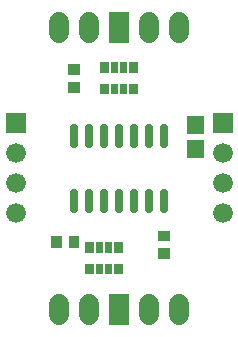
<source format=gts>
G04 Layer: TopSolderMaskLayer*
G04 EasyEDA v6.4.31, 2022-02-03 12:49:45*
G04 a9be7c87d83144a3bb2ccb21b8cae2d4,a012b36b664746af8e538b06cf3162c4,10*
G04 Gerber Generator version 0.2*
G04 Scale: 100 percent, Rotated: No, Reflected: No *
G04 Dimensions in millimeters *
G04 leading zeros omitted , absolute positions ,4 integer and 5 decimal *
%FSLAX45Y45*%
%MOMM*%

%ADD28C,1.6764*%
%ADD29C,0.6966*%
%ADD36R,1.6764X1.6764*%

%LPD*%
D28*
X2794000Y3296264D02*
G01*
X2794000Y3203745D01*
X2540000Y3296264D02*
G01*
X2540000Y3203745D01*
X2032000Y3296264D02*
G01*
X2032000Y3203745D01*
X1778000Y3296264D02*
G01*
X1778000Y3203745D01*
X2794000Y5686252D02*
G01*
X2794000Y5593732D01*
X2540000Y5686252D02*
G01*
X2540000Y5593732D01*
X2032000Y5686252D02*
G01*
X2032000Y5593732D01*
X1778000Y5686252D02*
G01*
X1778000Y5593732D01*
D29*
X1905000Y4240245D02*
G01*
X1905000Y4102994D01*
X2032000Y4240245D02*
G01*
X2032000Y4102994D01*
X2159000Y4240245D02*
G01*
X2159000Y4102994D01*
X2286000Y4240245D02*
G01*
X2286000Y4102994D01*
X2413000Y4240245D02*
G01*
X2413000Y4102994D01*
X2540000Y4240245D02*
G01*
X2540000Y4102994D01*
X2667000Y4240245D02*
G01*
X2667000Y4102994D01*
X1905000Y4787005D02*
G01*
X1905000Y4649754D01*
X2032000Y4787005D02*
G01*
X2032000Y4649754D01*
X2159000Y4787005D02*
G01*
X2159000Y4649754D01*
X2286000Y4787005D02*
G01*
X2286000Y4649754D01*
X2413000Y4787005D02*
G01*
X2413000Y4649754D01*
X2540000Y4787005D02*
G01*
X2540000Y4649754D01*
X2667000Y4787005D02*
G01*
X2667000Y4649754D01*
G36*
X1858771Y3774439D02*
G01*
X1858771Y3870960D01*
X1949450Y3870960D01*
X1949450Y3774439D01*
G37*
G36*
X1708150Y3774439D02*
G01*
X1708150Y3870960D01*
X1798828Y3870960D01*
X1798828Y3774439D01*
G37*
G36*
X1856739Y5236971D02*
G01*
X1856739Y5327650D01*
X1953259Y5327650D01*
X1953259Y5236971D01*
G37*
G36*
X1856739Y5086350D02*
G01*
X1856739Y5177028D01*
X1953259Y5177028D01*
X1953259Y5086350D01*
G37*
G36*
X2618740Y3676650D02*
G01*
X2618740Y3767328D01*
X2715259Y3767328D01*
X2715259Y3676650D01*
G37*
G36*
X2618740Y3827271D02*
G01*
X2618740Y3917950D01*
X2715259Y3917950D01*
X2715259Y3827271D01*
G37*
G36*
X2202179Y3119881D02*
G01*
X2202179Y3379978D01*
X2369820Y3379978D01*
X2369820Y3119881D01*
G37*
G36*
X2202179Y5510021D02*
G01*
X2202179Y5770118D01*
X2369820Y5770118D01*
X2369820Y5510021D01*
G37*
G36*
X2368295Y5251957D02*
G01*
X2368295Y5342128D01*
X2443479Y5342128D01*
X2443479Y5251957D01*
G37*
G36*
X2368295Y5071871D02*
G01*
X2368295Y5162042D01*
X2443479Y5162042D01*
X2443479Y5071871D01*
G37*
G36*
X2295906Y5251957D02*
G01*
X2295906Y5342128D01*
X2356104Y5342128D01*
X2356104Y5251957D01*
G37*
G36*
X2295906Y5071871D02*
G01*
X2295906Y5162042D01*
X2356104Y5162042D01*
X2356104Y5071871D01*
G37*
G36*
X2215895Y5251957D02*
G01*
X2215895Y5342128D01*
X2276093Y5342128D01*
X2276093Y5251957D01*
G37*
G36*
X2215895Y5071871D02*
G01*
X2215895Y5162042D01*
X2276093Y5162042D01*
X2276093Y5071871D01*
G37*
G36*
X2128520Y5251957D02*
G01*
X2128520Y5342128D01*
X2203704Y5342128D01*
X2203704Y5251957D01*
G37*
G36*
X2128520Y5071871D02*
G01*
X2128520Y5162042D01*
X2203704Y5162042D01*
X2203704Y5071871D01*
G37*
G36*
X2241295Y3727957D02*
G01*
X2241295Y3818128D01*
X2316479Y3818128D01*
X2316479Y3727957D01*
G37*
G36*
X2241295Y3547871D02*
G01*
X2241295Y3638042D01*
X2316479Y3638042D01*
X2316479Y3547871D01*
G37*
G36*
X2168906Y3727957D02*
G01*
X2168906Y3818128D01*
X2229104Y3818128D01*
X2229104Y3727957D01*
G37*
G36*
X2168906Y3547871D02*
G01*
X2168906Y3638042D01*
X2229104Y3638042D01*
X2229104Y3547871D01*
G37*
G36*
X2088895Y3727957D02*
G01*
X2088895Y3818128D01*
X2149093Y3818128D01*
X2149093Y3727957D01*
G37*
G36*
X2088895Y3547871D02*
G01*
X2088895Y3638042D01*
X2149093Y3638042D01*
X2149093Y3547871D01*
G37*
G36*
X2001520Y3727957D02*
G01*
X2001520Y3818128D01*
X2076704Y3818128D01*
X2076704Y3727957D01*
G37*
G36*
X2001520Y3547871D02*
G01*
X2001520Y3638042D01*
X2076704Y3638042D01*
X2076704Y3547871D01*
G37*
G36*
X2861056Y4533137D02*
G01*
X2861056Y4684268D01*
X3006343Y4684268D01*
X3006343Y4533137D01*
G37*
G36*
X2861056Y4739131D02*
G01*
X2861056Y4890262D01*
X3006343Y4890262D01*
X3006343Y4739131D01*
G37*
D36*
G01*
X1409700Y4826000D03*
D28*
G01*
X1409700Y4572000D03*
G01*
X1409700Y4318000D03*
G01*
X1409700Y4064000D03*
D36*
G01*
X3162300Y4826000D03*
D28*
G01*
X3162300Y4572000D03*
G01*
X3162300Y4318000D03*
G01*
X3162300Y4064000D03*
M02*

</source>
